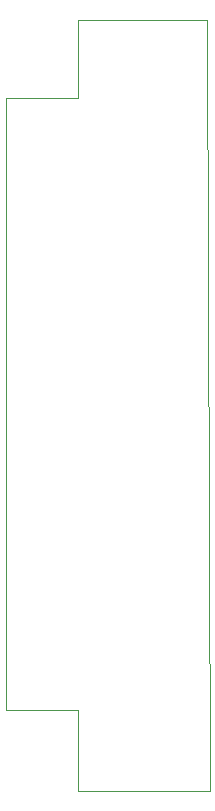
<source format=gbr>
G04 #@! TF.GenerationSoftware,KiCad,Pcbnew,(5.1.5)-3*
G04 #@! TF.CreationDate,2020-11-07T17:13:46+10:00*
G04 #@! TF.ProjectId,RaspberryPiGPIO-DualSegaController,52617370-6265-4727-9279-50694750494f,rev?*
G04 #@! TF.SameCoordinates,Original*
G04 #@! TF.FileFunction,Profile,NP*
%FSLAX46Y46*%
G04 Gerber Fmt 4.6, Leading zero omitted, Abs format (unit mm)*
G04 Created by KiCad (PCBNEW (5.1.5)-3) date 2020-11-07 17:13:46*
%MOMM*%
%LPD*%
G04 APERTURE LIST*
%ADD10C,0.100000*%
G04 APERTURE END LIST*
D10*
X122174000Y-58674000D02*
X122428000Y-123952000D01*
X111252000Y-58674000D02*
X122174000Y-58674000D01*
X111252000Y-65278000D02*
X111252000Y-58674000D01*
X105156000Y-65278000D02*
X111252000Y-65278000D01*
X105156000Y-117094000D02*
X105156000Y-65278000D01*
X111252000Y-117094000D02*
X105156000Y-117094000D01*
X111252000Y-123952000D02*
X111252000Y-117094000D01*
X122428000Y-123952000D02*
X111252000Y-123952000D01*
M02*

</source>
